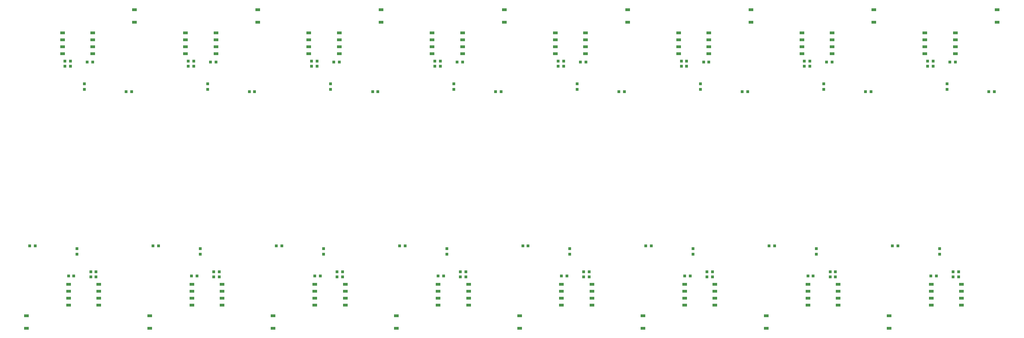
<source format=gbp>
G04 EAGLE Gerber RS-274X export*
G75*
%MOMM*%
%FSLAX34Y34*%
%LPD*%
%INSolderpaste Bottom*%
%IPPOS*%
%AMOC8*
5,1,8,0,0,1.08239X$1,22.5*%
G01*
%ADD10R,0.600000X0.600000*%
%ADD11R,0.850000X0.500000*%
%ADD12R,0.830000X0.630000*%


D10*
X138350Y161410D03*
X128350Y161410D03*
X27098Y208280D03*
X17098Y208280D03*
D11*
X143320Y138430D03*
X143320Y125730D03*
X143320Y113030D03*
X143320Y100330D03*
X87820Y113030D03*
X87820Y100330D03*
X87820Y125730D03*
X87820Y138430D03*
D10*
X103310Y203360D03*
X103310Y193360D03*
X87710Y153670D03*
X97710Y153670D03*
X138350Y152170D03*
X128350Y152170D03*
D12*
X11430Y81000D03*
X11430Y58000D03*
D10*
X363419Y161410D03*
X353419Y161410D03*
X252167Y208280D03*
X242167Y208280D03*
D11*
X368389Y138430D03*
X368389Y125730D03*
X368389Y113030D03*
X368389Y100330D03*
X312889Y113030D03*
X312889Y100330D03*
X312889Y125730D03*
X312889Y138430D03*
D10*
X328379Y203360D03*
X328379Y193360D03*
X312779Y153670D03*
X322779Y153670D03*
X363419Y152170D03*
X353419Y152170D03*
D12*
X236499Y81000D03*
X236499Y58000D03*
D10*
X588514Y161410D03*
X578514Y161410D03*
X477262Y208280D03*
X467262Y208280D03*
D11*
X593484Y138430D03*
X593484Y125730D03*
X593484Y113030D03*
X593484Y100330D03*
X537984Y113030D03*
X537984Y100330D03*
X537984Y125730D03*
X537984Y138430D03*
D10*
X553474Y203360D03*
X553474Y193360D03*
X537874Y153670D03*
X547874Y153670D03*
X588514Y152170D03*
X578514Y152170D03*
D12*
X461594Y81000D03*
X461594Y58000D03*
D10*
X813584Y161410D03*
X803584Y161410D03*
X702332Y208280D03*
X692332Y208280D03*
D11*
X818554Y138430D03*
X818554Y125730D03*
X818554Y113030D03*
X818554Y100330D03*
X763054Y113030D03*
X763054Y100330D03*
X763054Y125730D03*
X763054Y138430D03*
D10*
X778544Y203360D03*
X778544Y193360D03*
X762944Y153670D03*
X772944Y153670D03*
X813584Y152170D03*
X803584Y152170D03*
D12*
X686664Y81000D03*
X686664Y58000D03*
D10*
X1038678Y161410D03*
X1028678Y161410D03*
X927426Y208280D03*
X917426Y208280D03*
D11*
X1043648Y138430D03*
X1043648Y125730D03*
X1043648Y113030D03*
X1043648Y100330D03*
X988148Y113030D03*
X988148Y100330D03*
X988148Y125730D03*
X988148Y138430D03*
D10*
X1003638Y203360D03*
X1003638Y193360D03*
X988038Y153670D03*
X998038Y153670D03*
X1038678Y152170D03*
X1028678Y152170D03*
D12*
X911758Y81000D03*
X911758Y58000D03*
D10*
X1263748Y161410D03*
X1253748Y161410D03*
X1152496Y208280D03*
X1142496Y208280D03*
D11*
X1268718Y138430D03*
X1268718Y125730D03*
X1268718Y113030D03*
X1268718Y100330D03*
X1213218Y113030D03*
X1213218Y100330D03*
X1213218Y125730D03*
X1213218Y138430D03*
D10*
X1228708Y203360D03*
X1228708Y193360D03*
X1213108Y153670D03*
X1223108Y153670D03*
X1263748Y152170D03*
X1253748Y152170D03*
D12*
X1136828Y81000D03*
X1136828Y58000D03*
D10*
X1488843Y161410D03*
X1478843Y161410D03*
X1377591Y208280D03*
X1367591Y208280D03*
D11*
X1493813Y138430D03*
X1493813Y125730D03*
X1493813Y113030D03*
X1493813Y100330D03*
X1438313Y113030D03*
X1438313Y100330D03*
X1438313Y125730D03*
X1438313Y138430D03*
D10*
X1453803Y203360D03*
X1453803Y193360D03*
X1438203Y153670D03*
X1448203Y153670D03*
X1488843Y152170D03*
X1478843Y152170D03*
D12*
X1361923Y81000D03*
X1361923Y58000D03*
D10*
X1713912Y161410D03*
X1703912Y161410D03*
X1602660Y208280D03*
X1592660Y208280D03*
D11*
X1718882Y138430D03*
X1718882Y125730D03*
X1718882Y113030D03*
X1718882Y100330D03*
X1663382Y113030D03*
X1663382Y100330D03*
X1663382Y125730D03*
X1663382Y138430D03*
D10*
X1678872Y203360D03*
X1678872Y193360D03*
X1663272Y153670D03*
X1673272Y153670D03*
X1713912Y152170D03*
X1703912Y152170D03*
D12*
X1586992Y81000D03*
X1586992Y58000D03*
D10*
X81639Y537090D03*
X91639Y537090D03*
X192891Y490220D03*
X202891Y490220D03*
D11*
X76669Y560070D03*
X76669Y572770D03*
X76669Y585470D03*
X76669Y598170D03*
X132169Y585470D03*
X132169Y598170D03*
X132169Y572770D03*
X132169Y560070D03*
D10*
X116679Y495140D03*
X116679Y505140D03*
X132279Y544830D03*
X122279Y544830D03*
X81639Y546330D03*
X91639Y546330D03*
D12*
X208559Y617500D03*
X208559Y640500D03*
D10*
X306734Y537090D03*
X316734Y537090D03*
X417986Y490220D03*
X427986Y490220D03*
D11*
X301764Y560070D03*
X301764Y572770D03*
X301764Y585470D03*
X301764Y598170D03*
X357264Y585470D03*
X357264Y598170D03*
X357264Y572770D03*
X357264Y560070D03*
D10*
X341774Y495140D03*
X341774Y505140D03*
X357374Y544830D03*
X347374Y544830D03*
X306734Y546330D03*
X316734Y546330D03*
D12*
X433654Y617500D03*
X433654Y640500D03*
D10*
X531804Y537090D03*
X541804Y537090D03*
X643056Y490220D03*
X653056Y490220D03*
D11*
X526834Y560070D03*
X526834Y572770D03*
X526834Y585470D03*
X526834Y598170D03*
X582334Y585470D03*
X582334Y598170D03*
X582334Y572770D03*
X582334Y560070D03*
D10*
X566844Y495140D03*
X566844Y505140D03*
X582444Y544830D03*
X572444Y544830D03*
X531804Y546330D03*
X541804Y546330D03*
D12*
X658724Y617500D03*
X658724Y640500D03*
D10*
X756898Y537090D03*
X766898Y537090D03*
X868150Y490220D03*
X878150Y490220D03*
D11*
X751928Y560070D03*
X751928Y572770D03*
X751928Y585470D03*
X751928Y598170D03*
X807428Y585470D03*
X807428Y598170D03*
X807428Y572770D03*
X807428Y560070D03*
D10*
X791938Y495140D03*
X791938Y505140D03*
X807538Y544830D03*
X797538Y544830D03*
X756898Y546330D03*
X766898Y546330D03*
D12*
X883818Y617500D03*
X883818Y640500D03*
D10*
X981968Y537090D03*
X991968Y537090D03*
X1093220Y490220D03*
X1103220Y490220D03*
D11*
X976998Y560070D03*
X976998Y572770D03*
X976998Y585470D03*
X976998Y598170D03*
X1032498Y585470D03*
X1032498Y598170D03*
X1032498Y572770D03*
X1032498Y560070D03*
D10*
X1017008Y495140D03*
X1017008Y505140D03*
X1032608Y544830D03*
X1022608Y544830D03*
X981968Y546330D03*
X991968Y546330D03*
D12*
X1108888Y617500D03*
X1108888Y640500D03*
D10*
X1207063Y537090D03*
X1217063Y537090D03*
X1318315Y490220D03*
X1328315Y490220D03*
D11*
X1202093Y560070D03*
X1202093Y572770D03*
X1202093Y585470D03*
X1202093Y598170D03*
X1257593Y585470D03*
X1257593Y598170D03*
X1257593Y572770D03*
X1257593Y560070D03*
D10*
X1242103Y495140D03*
X1242103Y505140D03*
X1257703Y544830D03*
X1247703Y544830D03*
X1207063Y546330D03*
X1217063Y546330D03*
D12*
X1333983Y617500D03*
X1333983Y640500D03*
D10*
X1432132Y537090D03*
X1442132Y537090D03*
X1543384Y490220D03*
X1553384Y490220D03*
D11*
X1427162Y560070D03*
X1427162Y572770D03*
X1427162Y585470D03*
X1427162Y598170D03*
X1482662Y585470D03*
X1482662Y598170D03*
X1482662Y572770D03*
X1482662Y560070D03*
D10*
X1467172Y495140D03*
X1467172Y505140D03*
X1482772Y544830D03*
X1472772Y544830D03*
X1432132Y546330D03*
X1442132Y546330D03*
D12*
X1559052Y617500D03*
X1559052Y640500D03*
D10*
X1657201Y537090D03*
X1667201Y537090D03*
X1768453Y490220D03*
X1778453Y490220D03*
D11*
X1652231Y560070D03*
X1652231Y572770D03*
X1652231Y585470D03*
X1652231Y598170D03*
X1707731Y585470D03*
X1707731Y598170D03*
X1707731Y572770D03*
X1707731Y560070D03*
D10*
X1692241Y495140D03*
X1692241Y505140D03*
X1707841Y544830D03*
X1697841Y544830D03*
X1657201Y546330D03*
X1667201Y546330D03*
D12*
X1784121Y617500D03*
X1784121Y640500D03*
M02*

</source>
